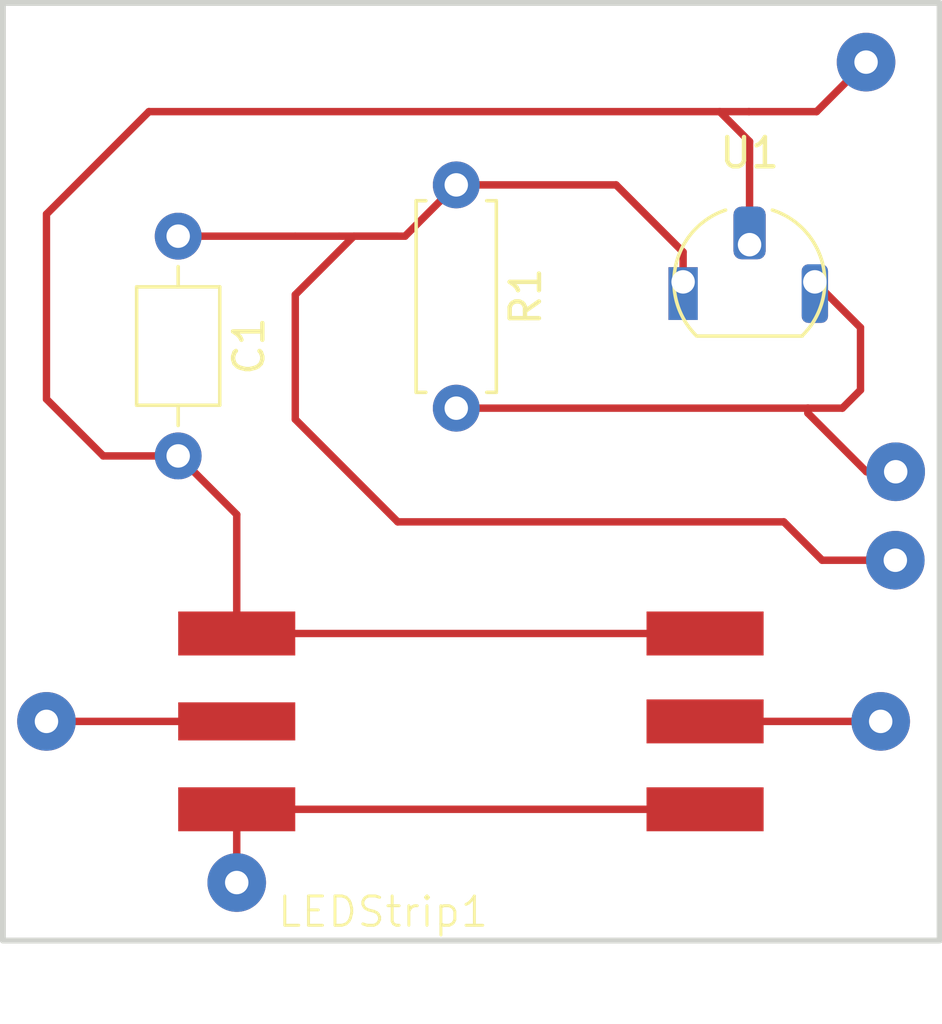
<source format=kicad_pcb>
(kicad_pcb (version 20240108) (generator "pcbnew") (generator_version "8.0")
  (layers (0 "F.Cu" signal) (31 "B.Cu" signal) (38 "B.Mask" user) (39 "F.Mask" user) (44 "Edge.Cuts" user))
  (net 0 "")
  (net 1 "GND")
  (net 2 "+3.3V")
  (net 3 "unconnected-(LEDStrip1-Dout-Pad5)")
  (net 4 "+5V")
  (net 5 "unconnected-(LEDStrip1-Din-Pad2)")
  (net 6 "Net-(U1-OUT)")
  (footprint "Resistor_THT:R_Axial_DIN0207_L6.3mm_D2.5mm_P7.62mm_Horizontal" (layer "F.Cu") (at 115.4875 106.21 -90)
    (property "Reference" "R1" (at 3.81 -2.37 90) (layer "F.SilkS"))
    (property "Value" "56k")
    (fp_line (start 0.54 1.37) (end 7.08 1.37) (stroke (width 0.12)) (layer "F.SilkS"))
    (fp_line (start 7.08 1.37) (end 7.08 1.04) (stroke (width 0.12)) (layer "F.SilkS"))
    (fp_line (start 0.54 1.04) (end 0.54 1.37) (stroke (width 0.12)) (layer "F.SilkS"))
    (fp_line (start 0.54 -1.04) (end 0.54 -1.37) (stroke (width 0.12)) (layer "F.SilkS"))
    (fp_line (start 0.54 -1.37) (end 7.08 -1.37) (stroke (width 0.12)) (layer "F.SilkS"))
    (fp_line (start 7.08 -1.37) (end 7.08 -1.04) (stroke (width 0.12)) (layer "F.SilkS"))
    (pad "1" thru_hole circle (at 0 0 270) (size 1.6 1.6) (drill 0.8) (layers "*.Cu" "*.Mask") (net 2 "+3.3V"))
    (pad "2" thru_hole oval (at 7.62 0 270) (size 1.6 1.6) (drill 0.8) (layers "*.Cu" "*.Mask") (net 6 "Net-(U1-OUT)"))
  )
  (footprint "Capacitor_THT:C_Axial_L3.8mm_D2.6mm_P7.50mm_Horizontal" (layer "F.Cu") (at 105.9875 107.96 -90)
    (property "Reference" "C1" (at 3.75 -2.42 90) (layer "F.SilkS"))
    (property "Value" "100nf")
    (fp_line (start 1.73 1.42) (end 5.77 1.42) (stroke (width 0.12)) (layer "F.SilkS"))
    (fp_line (start 5.77 1.42) (end 5.77 -1.42) (stroke (width 0.12)) (layer "F.SilkS"))
    (fp_line (start 1.04 0) (end 1.73 0) (stroke (width 0.12)) (layer "F.SilkS"))
    (fp_line (start 6.46 0) (end 5.77 0) (stroke (width 0.12)) (layer "F.SilkS"))
    (fp_line (start 1.73 -1.42) (end 1.73 1.42) (stroke (width 0.12)) (layer "F.SilkS"))
    (fp_line (start 5.77 -1.42) (end 1.73 -1.42) (stroke (width 0.12)) (layer "F.SilkS"))
    (pad "1" thru_hole circle (at 0 0 270) (size 1.6 1.6) (drill 0.8) (layers "*.Cu" "*.Mask") (net 2 "+3.3V"))
    (pad "2" thru_hole oval (at 7.5 0 270) (size 1.6 1.6) (drill 0.8) (layers "*.Cu" "*.Mask") (net 1 "GND"))
  )
  (footprint "custom:ws2812bLEDStrip" (layer "F.Cu") (at 123.9875 124.02)
    (property "Reference" "LEDStrip1" (at -11 7 0) (layer "F.SilkS") (effects (font (thickness 0.1))))
    (property "Value" "~")
    (pad "1" smd rect (at -16 -2.5) (size 4 1.5) (layers "F.Cu" "F.Paste" "F.Mask") (net 1 "GND") (clearance 0.5))
    (pad "2" smd rect (at -16 0.5) (size 4 1.3) (layers "F.Cu" "F.Paste" "F.Mask") (net 5 "unconnected-(LEDStrip1-Din-Pad2)") (clearance 0.5))
    (pad "3" smd rect (at -16 3.5) (size 4 1.5) (layers "F.Cu" "F.Paste" "F.Mask") (net 4 "+5V") (clearance 0.5))
    (pad "4" smd rect (at 0 -2.5) (size 4 1.5) (layers "F.Cu" "F.Paste" "F.Mask") (net 1 "GND") (clearance 0.5))
    (pad "5" smd rect (at 0 0.5) (size 4 1.5) (layers "F.Cu" "F.Paste" "F.Mask") (net 3 "unconnected-(LEDStrip1-Dout-Pad5)") (clearance 0.5))
    (pad "6" smd rect (at 0 3.5) (size 4 1.5) (layers "F.Cu" "F.Paste" "F.Mask") (net 4 "+5V") (clearance 0.5))
  )
  (footprint "Package_TO_SOT_THT:TO-92_HandSolder" (layer "F.Cu") (at 124.2375 109.52)
    (property "Reference" "U1" (at 1.27 -4.4 0) (layer "F.SilkS"))
    (property "Value" "DRV5055A4xLPGxQ1")
    (fp_line (start -0.53 1.85) (end 3.07 1.85) (stroke (width 0.12)) (layer "F.SilkS"))
    (fp_arc (start -0.541875 1.841741) (mid -1.247231 -0.581764) (end 0.45 -2.45) (stroke (width 0.12)) (layer "F.SilkS"))
    (fp_arc (start 2.05 -2.45) (mid 3.769931 -0.601036) (end 3.078445 1.827684) (stroke (width 0.12)) (layer "F.SilkS"))
    (pad "1" thru_hole rect (at -1 0) (size 1 1.8) (drill 0.8 (offset 0 0.4)) (layers "*.Cu" "*.Mask") (net 2 "+3.3V"))
    (pad "2" thru_hole roundrect (at 1.27 -1.27) (size 1.1 1.8) (drill 0.8 (offset 0 -0.4)) (layers "*.Cu" "*.Mask") (net 1 "GND"))
    (pad "3" thru_hole roundrect (at 3.5 0) (size 0.9 2) (drill 0.8 (offset 0 0.4)) (layers "*.Cu" "*.Mask") (net 6 "Net-(U1-OUT)"))
  )
  (gr_rect (start 100 100) (end 132 132) (stroke (width 0.2)) (fill none) (layer "Edge.Cuts"))
  (segment (start 125.5075 108.23) (end 125.5075 104.73) (width 0.254) (layer "F.Cu") (net 1))
  (segment (start 107.9875 121.52) (end 122.9875 121.52) (width 0.254) (layer "F.Cu") (net 1))
  (segment (start 105.9875 115.46) (end 107.9875 117.46) (width 0.254) (layer "F.Cu") (net 1))
  (segment (start 101.4875 113.52) (end 103.4275 115.46) (width 0.254) (layer "F.Cu") (net 1))
  (segment (start 129.4875 102.02) (end 127.7975 103.71) (width 0.254) (layer "F.Cu") (net 1))
  (segment (start 125.4875 103.71) (end 104.9875 103.71) (width 0.254) (layer "F.Cu") (net 1))
  (segment (start 103.4275 115.46) (end 105.9875 115.46) (width 0.254) (layer "F.Cu") (net 1))
  (segment (start 125.5075 104.73) (end 124.4875 103.71) (width 0.254) (layer "F.Cu") (net 1))
  (segment (start 101.4875 107.21) (end 101.4875 113.52) (width 0.254) (layer "F.Cu") (net 1))
  (segment (start 107.9875 117.46) (end 107.9875 121.52) (width 0.254) (layer "F.Cu") (net 1))
  (segment (start 127.7975 103.71) (end 125.4875 103.71) (width 0.254) (layer "F.Cu") (net 1))
  (segment (start 104.9875 103.71) (end 101.4875 107.21) (width 0.254) (layer "F.Cu") (net 1))
  (via (at 129.4875 102.02) (size 2) (drill 0.8) (layers "F.Cu" "B.Cu") (net 1))
  (segment (start 105.9875 107.96) (end 109.9875 107.96) (width 0.254) (layer "F.Cu") (net 2))
  (segment (start 130.4875 119.02) (end 127.9875 119.02) (width 0.254) (layer "F.Cu") (net 2))
  (segment (start 120.9475 106.21) (end 115.4875 106.21) (width 0.254) (layer "F.Cu") (net 2))
  (segment (start 123.2375 108.5) (end 120.9475 106.21) (width 0.254) (layer "F.Cu") (net 2))
  (segment (start 113.4875 117.71) (end 109.9875 114.21) (width 0.254) (layer "F.Cu") (net 2))
  (segment (start 109.9875 109.96) (end 111.9875 107.96) (width 0.254) (layer "F.Cu") (net 2))
  (segment (start 123.2375 109.52) (end 123.2375 108.5) (width 0.254) (layer "F.Cu") (net 2))
  (segment (start 109.9875 107.96) (end 111.4875 107.96) (width 0.254) (layer "F.Cu") (net 2))
  (segment (start 111.4875 107.96) (end 113.7375 107.96) (width 0.254) (layer "F.Cu") (net 2))
  (segment (start 127.9875 119.02) (end 126.6775 117.71) (width 0.254) (layer "F.Cu") (net 2))
  (segment (start 109.9875 114.21) (end 109.9875 109.96) (width 0.254) (layer "F.Cu") (net 2))
  (segment (start 113.7375 107.96) (end 115.4875 106.21) (width 0.254) (layer "F.Cu") (net 2))
  (segment (start 111.9875 107.96) (end 113.4875 107.96) (width 0.254) (layer "F.Cu") (net 2))
  (segment (start 126.6775 117.71) (end 113.4875 117.71) (width 0.254) (layer "F.Cu") (net 2))
  (via (at 130.4875 119.02) (size 2) (drill 0.8) (layers "F.Cu" "B.Cu") (net 2))
  (segment (start 123.9875 124.52) (end 129.9875 124.52) (width 0.254) (layer "F.Cu") (net 3))
  (via (at 129.9875 124.52) (size 2) (drill 0.8) (layers "F.Cu" "B.Cu") (net 3))
  (segment (start 107.9875 130.02) (end 107.9875 127.52) (width 0.254) (layer "F.Cu") (net 4))
  (segment (start 107.9875 127.52) (end 122.9875 127.52) (width 0.254) (layer "F.Cu") (net 4))
  (via (at 107.9875 130.02) (size 2) (drill 0.8) (layers "F.Cu" "B.Cu") (net 4))
  (segment (start 107.9875 124.52) (end 101.4875 124.52) (width 0.254) (layer "F.Cu") (net 5))
  (via (at 101.4875 124.52) (size 2) (drill 0.8) (layers "F.Cu" "B.Cu") (net 5))
  (segment (start 115.4875 113.83) (end 127.5 113.83) (width 0.254) (layer "F.Cu") (net 6))
  (segment (start 128.6775 113.83) (end 129.2975 113.21) (width 0.254) (layer "F.Cu") (net 6))
  (segment (start 127.5 113.83) (end 127.5 114) (width 0.254) (layer "F.Cu") (net 6))
  (segment (start 127.5 113.83) (end 128.6775 113.83) (width 0.254) (layer "F.Cu") (net 6))
  (segment (start 129.2975 113.21) (end 129.2975 111.08) (width 0.254) (layer "F.Cu") (net 6))
  (segment (start 127.5 114) (end 129.5 116) (width 0.254) (layer "F.Cu") (net 6))
  (segment (start 129.5 116) (end 130.5 116) (width 0.254) (layer "F.Cu") (net 6))
  (segment (start 129.2975 111.08) (end 127.7175 109.5) (width 0.254) (layer "F.Cu") (net 6))
  (via (at 130.5 116) (size 2) (drill 0.8) (layers "F.Cu" "B.Cu") (net 6))
)
</source>
